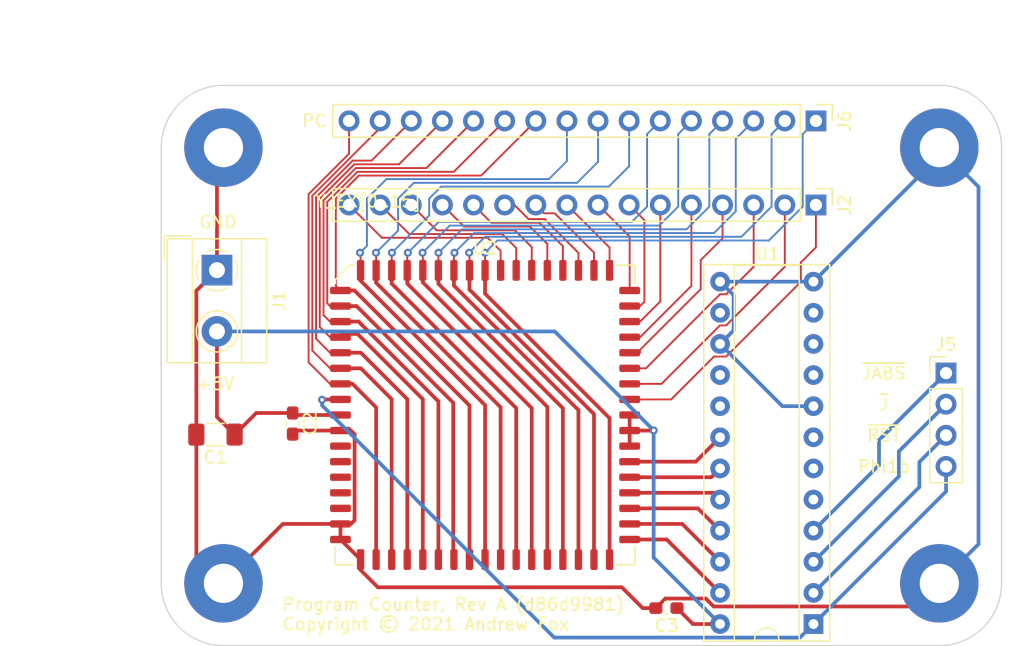
<source format=kicad_pcb>
(kicad_pcb (version 20221018) (generator pcbnew)
  (title_block (title "Turtle16: Program Counter Prototype") (date "2021-03-31") (rev "A (d86d9981)") (comment 4 "Prototype of the Turtle16 computer program counter"))
  (layers (0 "F.Cu" signal) (31 "B.Cu" signal) (34 "B.Paste" user) (35 "F.Paste" user) (36 "B.SilkS" user "B.Silkscreen") (37 "F.SilkS" user "F.Silkscreen") (38 "B.Mask" user) (39 "F.Mask" user) (44 "Edge.Cuts" user))
  (net 0 "")
  (net 1 "GND")
  (net 2 "VCC")
  (net 3 "Phi1b")
  (net 4 "/Y_EX15")
  (net 5 "/Y_EX14")
  (net 6 "/Y_EX13")
  (net 7 "/Y_EX12")
  (net 8 "/Y_EX11")
  (net 9 "/Y_EX10")
  (net 10 "/Y_EX9")
  (net 11 "/Y_EX8")
  (net 12 "/Y_EX7")
  (net 13 "/Y_EX6")
  (net 14 "/Y_EX5")
  (net 15 "/Y_EX4")
  (net 16 "/Y_EX3")
  (net 17 "/Y_EX2")
  (net 18 "/Y_EX1")
  (net 19 "/Y_EX0")
  (net 20 "/sheet606491AF/~{J}")
  (net 21 "/sheet606491AF/~{JABS}")
  (net 22 "/sheet606491AF/~{RST}")
  (net 23 "/PC15")
  (net 24 "/PC14")
  (net 25 "/PC13")
  (net 26 "/PC12")
  (net 27 "/PC11")
  (net 28 "/PC10")
  (net 29 "/PC9")
  (net 30 "/PC8")
  (net 31 "/PC7")
  (net 32 "/PC6")
  (net 33 "/PC5")
  (net 34 "/PC4")
  (net 35 "/PC3")
  (net 36 "/PC2")
  (net 37 "/PC1")
  (net 38 "/PC0")
  (net 39 "Net-(U1-Pad23)")
  (net 40 "Net-(U1-Pad22)")
  (net 41 "Net-(U1-Pad21)")
  (net 42 "Net-(U1-Pad20)")
  (net 43 "Net-(U1-Pad19)")
  (net 44 "Net-(U1-Pad18)")
  (footprint "Connector_PinHeader_2.54mm:PinHeader_1x04_P2.54mm_Vertical" (layer "F.Cu") (at 175.26 96.52)
    (fp_text reference "J5" (at 0 -2.33) (layer "F.SilkS"))
    (fp_text value "Ctl")
    (pad "1" thru_hole rect (at 0 0) (size 1.7 1.7) (drill 1) (layers "*.Cu" "*.Mask") (net 21 "/sheet606491AF/~{JABS}"))
    (pad "2" thru_hole oval (at 0 2.54) (size 1.7 1.7) (drill 1) (layers "*.Cu" "*.Mask") (net 20 "/sheet606491AF/~{J}"))
    (pad "3" thru_hole oval (at 0 5.08) (size 1.7 1.7) (drill 1) (layers "*.Cu" "*.Mask") (net 22 "/sheet606491AF/~{RST}"))
    (pad "4" thru_hole oval (at 0 7.62) (size 1.7 1.7) (drill 1) (layers "*.Cu" "*.Mask") (net 3 "Phi1b"))
  )
  (footprint "Capacitor_SMD:C_0603_1608Metric_Pad1.08x0.95mm_HandSolder" (layer "F.Cu") (at 121.94 100.64 -90)
    (fp_text reference "C2" (at 0 -1.43 270) (layer "F.SilkS"))
    (fp_text value "100nF")
    (pad "1" smd roundrect (at -0.8625 0 270) (size 1.075 0.95) (layers "F.Cu" "F.Paste" "F.Mask") (net 2 "VCC"))
    (pad "2" smd roundrect (at 0.8625 0 270) (size 1.075 0.95) (layers "F.Cu" "F.Paste" "F.Mask") (net 1 "GND"))
  )
  (footprint "Package_DIP:DIP-24_W7.62mm_Socket" (layer "F.Cu") (at 164.44 117 180)
    (fp_text reference "U1" (at 3.74 30.2) (layer "F.SilkS"))
    (fp_text value "ATF22V10C-7PX")
    (pad "1" thru_hole rect (at 0 0 180) (size 1.6 1.6) (drill 0.8) (layers "*.Cu" "*.Mask") (net 3 "Phi1b"))
    (pad "2" thru_hole oval (at 0 2.54 180) (size 1.6 1.6) (drill 0.8) (layers "*.Cu" "*.Mask") (net 22 "/sheet606491AF/~{RST}"))
    (pad "3" thru_hole oval (at 0 5.08 180) (size 1.6 1.6) (drill 0.8) (layers "*.Cu" "*.Mask") (net 20 "/sheet606491AF/~{J}"))
    (pad "4" thru_hole oval (at 0 7.62 180) (size 1.6 1.6) (drill 0.8) (layers "*.Cu" "*.Mask") (net 21 "/sheet606491AF/~{JABS}"))
    (pad "5" thru_hole oval (at 0 10.16 180) (size 1.6 1.6) (drill 0.8) (layers "*.Cu" "*.Mask"))
    (pad "6" thru_hole oval (at 0 12.7 180) (size 1.6 1.6) (drill 0.8) (layers "*.Cu" "*.Mask"))
    (pad "7" thru_hole oval (at 0 15.24 180) (size 1.6 1.6) (drill 0.8) (layers "*.Cu" "*.Mask"))
    (pad "8" thru_hole oval (at 0 17.78 180) (size 1.6 1.6) (drill 0.8) (layers "*.Cu" "*.Mask") (net 1 "GND"))
    (pad "9" thru_hole oval (at 0 20.32 180) (size 1.6 1.6) (drill 0.8) (layers "*.Cu" "*.Mask"))
    (pad "10" thru_hole oval (at 0 22.86 180) (size 1.6 1.6) (drill 0.8) (layers "*.Cu" "*.Mask"))
    (pad "11" thru_hole oval (at 0 25.4 180) (size 1.6 1.6) (drill 0.8) (layers "*.Cu" "*.Mask"))
    (pad "12" thru_hole oval (at 0 27.94 180) (size 1.6 1.6) (drill 0.8) (layers "*.Cu" "*.Mask") (net 1 "GND"))
    (pad "13" thru_hole oval (at 7.62 27.94 180) (size 1.6 1.6) (drill 0.8) (layers "*.Cu" "*.Mask") (net 1 "GND"))
    (pad "14" thru_hole oval (at 7.62 25.4 180) (size 1.6 1.6) (drill 0.8) (layers "*.Cu" "*.Mask"))
    (pad "15" thru_hole oval (at 7.62 22.86 180) (size 1.6 1.6) (drill 0.8) (layers "*.Cu" "*.Mask") (net 1 "GND"))
    (pad "16" thru_hole oval (at 7.62 20.32 180) (size 1.6 1.6) (drill 0.8) (layers "*.Cu" "*.Mask"))
    (pad "17" thru_hole oval (at 7.62 17.78 180) (size 1.6 1.6) (drill 0.8) (layers "*.Cu" "*.Mask"))
    (pad "18" thru_hole oval (at 7.62 15.24 180) (size 1.6 1.6) (drill 0.8) (layers "*.Cu" "*.Mask") (net 44 "Net-(U1-Pad18)"))
    (pad "19" thru_hole oval (at 7.62 12.7 180) (size 1.6 1.6) (drill 0.8) (layers "*.Cu" "*.Mask") (net 43 "Net-(U1-Pad19)"))
    (pad "20" thru_hole oval (at 7.62 10.16 180) (size 1.6 1.6) (drill 0.8) (layers "*.Cu" "*.Mask") (net 42 "Net-(U1-Pad20)"))
    (pad "21" thru_hole oval (at 7.62 7.62 180) (size 1.6 1.6) (drill 0.8) (layers "*.Cu" "*.Mask") (net 41 "Net-(U1-Pad21)"))
    (pad "22" thru_hole oval (at 7.62 5.08 180) (size 1.6 1.6) (drill 0.8) (layers "*.Cu" "*.Mask") (net 40 "Net-(U1-Pad22)"))
    (pad "23" thru_hole oval (at 7.62 2.54 180) (size 1.6 1.6) (drill 0.8) (layers "*.Cu" "*.Mask") (net 39 "Net-(U1-Pad23)"))
    (pad "24" thru_hole oval (at 7.62 0 180) (size 1.6 1.6) (drill 0.8) (layers "*.Cu" "*.Mask") (net 2 "VCC"))
  )
  (footprint "Capacitor_SMD:C_1206_3216Metric_Pad1.33x1.80mm_HandSolder" (layer "F.Cu") (at 115.64 101.54 180)
    (fp_text reference "C1" (at 0 -1.85) (layer "F.SilkS"))
    (fp_text value "100µF")
    (pad "1" smd roundrect (at -1.5625 0 180) (size 1.325 1.8) (layers "F.Cu" "F.Paste" "F.Mask") (roundrect_rratio 0.1886769811) (net 2 "VCC"))
    (pad "2" smd roundrect (at 1.5625 0 180) (size 1.325 1.8) (layers "F.Cu" "F.Paste" "F.Mask") (roundrect_rratio 0.1886769811) (net 1 "GND"))
  )
  (footprint "MountingHole:MountingHole_3.2mm_M3_Pad" (layer "F.Cu") (at 174.71 78.12)
    (fp_text reference "H2" hide)
    (fp_text value "MountingHole_Pad")
    (pad "1" thru_hole circle (at 0 0) (size 6.4 6.4) (drill 3.2) (layers "*.Cu" "*.Mask") (net 1 "GND"))
  )
  (footprint "TerminalBlock_MetzConnect:TerminalBlock_MetzConnect_Type055_RT01502HDWU_1x02_P5.00mm_Horizontal" (layer "F.Cu") (at 115.76 88.12 -90)
    (fp_text reference "J1" (at 2.5 -5.06 90) (layer "F.SilkS"))
    (fp_text value "Screw_Terminal_01x02")
    (pad "1" thru_hole rect (at 0 0 270) (size 2.5 2.5) (drill 1.3) (layers "*.Cu" "*.Mask") (net 1 "GND"))
    (pad "2" thru_hole circle (at 5 0 270) (size 2.5 2.5) (drill 1.3) (layers "*.Cu" "*.Mask") (net 2 "VCC"))
  )
  (footprint "Capacitor_SMD:C_0603_1608Metric_Pad1.08x0.95mm_HandSolder" (layer "F.Cu") (at 152.44 115.7 180)
    (fp_text reference "C3" (at 0 -1.43) (layer "F.SilkS"))
    (fp_text value "100nF")
    (pad "1" smd roundrect (at -0.8625 0 180) (size 1.075 0.95) (layers "F.Cu" "F.Paste" "F.Mask") (net 2 "VCC"))
    (pad "2" smd roundrect (at 0.8625 0 180) (size 1.075 0.95) (layers "F.Cu" "F.Paste" "F.Mask") (net 1 "GND"))
  )
  (footprint "MountingHole:MountingHole_3.2mm_M3_Pad" (layer "F.Cu") (at 174.71 113.68)
    (fp_text reference "H3" hide)
    (fp_text value "MountingHole_Pad")
    (pad "1" thru_hole circle (at 0 0) (size 6.4 6.4) (drill 3.2) (layers "*.Cu" "*.Mask") (net 1 "GND"))
  )
  (footprint "MountingHole:MountingHole_3.2mm_M3_Pad" (layer "F.Cu") (at 116.29 113.68)
    (fp_text reference "H4" hide)
    (fp_text value "MountingHole_Pad")
    (pad "1" thru_hole circle (at 0 0) (size 6.4 6.4) (drill 3.2) (layers "*.Cu" "*.Mask") (net 1 "GND"))
  )
  (footprint "Connector_PinHeader_2.54mm:PinHeader_1x16_P2.54mm_Vertical" (layer "F.Cu") (at 164.64 75.94 -90)
    (fp_text reference "J6" (at 0 -2.33 90) (layer "F.SilkS"))
    (fp_text value "PC" (at 0 42.04 180) (layer "F.SilkS") (effects (justify left)))
    (pad "1" thru_hole rect (at 0 0 270) (size 1.7 1.7) (drill 1) (layers "*.Cu" "*.Mask") (net 38 "/PC0"))
    (pad "2" thru_hole oval (at 0 2.54 270) (size 1.7 1.7) (drill 1) (layers "*.Cu" "*.Mask") (net 37 "/PC1"))
    (pad "3" thru_hole oval (at 0 5.08 270) (size 1.7 1.7) (drill 1) (layers "*.Cu" "*.Mask") (net 36 "/PC2"))
    (pad "4" thru_hole oval (at 0 7.62 270) (size 1.7 1.7) (drill 1) (layers "*.Cu" "*.Mask") (net 35 "/PC3"))
    (pad "5" thru_hole oval (at 0 10.16 270) (size 1.7 1.7) (drill 1) (layers "*.Cu" "*.Mask") (net 34 "/PC4"))
    (pad "6" thru_hole oval (at 0 12.7 270) (size 1.7 1.7) (drill 1) (layers "*.Cu" "*.Mask") (net 33 "/PC5"))
    (pad "7" thru_hole oval (at 0 15.24 270) (size 1.7 1.7) (drill 1) (layers "*.Cu" "*.Mask") (net 32 "/PC6"))
    (pad "8" thru_hole oval (at 0 17.78 270) (size 1.7 1.7) (drill 1) (layers "*.Cu" "*.Mask") (net 31 "/PC7"))
    (pad "9" thru_hole oval (at 0 20.32 270) (size 1.7 1.7) (drill 1) (layers "*.Cu" "*.Mask") (net 30 "/PC8"))
    (pad "10" thru_hole oval (at 0 22.86 270) (size 1.7 1.7) (drill 1) (layers "*.Cu" "*.Mask") (net 29 "/PC9"))
    (pad "11" thru_hole oval (at 0 25.4 270) (size 1.7 1.7) (drill 1) (layers "*.Cu" "*.Mask") (net 28 "/PC10"))
    (pad "12" thru_hole oval (at 0 27.94 270) (size 1.7 1.7) (drill 1) (layers "*.Cu" "*.Mask") (net 27 "/PC11"))
    (pad "13" thru_hole oval (at 0 30.48 270) (size 1.7 1.7) (drill 1) (layers "*.Cu" "*.Mask") (net 26 "/PC12"))
    (pad "14" thru_hole oval (at 0 33.02 270) (size 1.7 1.7) (drill 1) (layers "*.Cu" "*.Mask") (net 25 "/PC13"))
    (pad "15" thru_hole oval (at 0 35.56 270) (size 1.7 1.7) (drill 1) (layers "*.Cu" "*.Mask") (net 24 "/PC14"))
    (pad "16" thru_hole oval (at 0 38.1 270) (size 1.7 1.7) (drill 1) (layers "*.Cu" "*.Mask") (net 23 "/PC15"))
  )
  (footprint "Package_LCC:PLCC-68_24.2x24.2mm_P1.27mm" (layer "F.Cu") (at 137.64 99.94)
    (fp_text reference "U2" (at 0 -13.6) (layer "F.SilkS"))
    (fp_text value "IDT7381")
    (pad "1" smd roundrect (at 0 -11.8) (size 0.6 1.7) (layers "F.Cu" "F.Paste" "F.Mask") (net 38 "/PC0"))
    (pad "2" smd roundrect (at -1.27 -11.8) (size 0.6 1.7) (layers "F.Cu" "F.Paste" "F.Mask") (net 37 "/PC1"))
    (pad "3" smd roundrect (at -2.54 -11.8) (size 0.6 1.7) (layers "F.Cu" "F.Paste" "F.Mask") (net 36 "/PC2"))
    (pad "4" smd roundrect (at -3.81 -11.8) (size 0.6 1.7) (layers "F.Cu" "F.Paste" "F.Mask") (net 35 "/PC3"))
    (pad "5" smd roundrect (at -5.08 -11.8) (size 0.6 1.7) (layers "F.Cu" "F.Paste" "F.Mask") (net 34 "/PC4"))
    (pad "6" smd roundrect (at -6.35 -11.8) (size 0.6 1.7) (layers "F.Cu" "F.Paste" "F.Mask") (net 33 "/PC5"))
    (pad "7" smd roundrect (at -7.62 -11.8) (size 0.6 1.7) (layers "F.Cu" "F.Paste" "F.Mask") (net 32 "/PC6"))
    (pad "8" smd roundrect (at -8.89 -11.8) (size 0.6 1.7) (layers "F.Cu" "F.Paste" "F.Mask") (net 31 "/PC7"))
    (pad "9" smd roundrect (at -10.16 -11.8) (size 0.6 1.7) (layers "F.Cu" "F.Paste" "F.Mask") (net 30 "/PC8"))
    (pad "10" smd roundrect (at -11.8 -10.16) (size 1.7 0.6) (layers "F.Cu" "F.Paste" "F.Mask") (net 29 "/PC9"))
    (pad "11" smd roundrect (at -11.8 -8.89) (size 1.7 0.6) (layers "F.Cu" "F.Paste" "F.Mask") (net 28 "/PC10"))
    (pad "12" smd roundrect (at -11.8 -7.62) (size 1.7 0.6) (layers "F.Cu" "F.Paste" "F.Mask") (net 27 "/PC11"))
    (pad "13" smd roundrect (at -11.8 -6.35) (size 1.7 0.6) (layers "F.Cu" "F.Paste" "F.Mask") (net 26 "/PC12"))
    (pad "14" smd roundrect (at -11.8 -5.08) (size 1.7 0.6) (layers "F.Cu" "F.Paste" "F.Mask") (net 25 "/PC13"))
    (pad "15" smd roundrect (at -11.8 -3.81) (size 1.7 0.6) (layers "F.Cu" "F.Paste" "F.Mask") (net 24 "/PC14"))
    (pad "16" smd roundrect (at -11.8 -2.54) (size 1.7 0.6) (layers "F.Cu" "F.Paste" "F.Mask") (net 23 "/PC15"))
    (pad "17" smd roundrect (at -11.8 -1.27) (size 1.7 0.6) (layers "F.Cu" "F.Paste" "F.Mask") (net 3 "Phi1b"))
    (pad "18" smd roundrect (at -11.8 0) (size 1.7 0.6) (layers "F.Cu" "F.Paste" "F.Mask") (net 2 "VCC"))
    (pad "19" smd roundrect (at -11.8 1.27) (size 1.7 0.6) (layers "F.Cu" "F.Paste" "F.Mask") (net 1 "GND"))
    (pad "20" smd roundrect (at -11.8 2.54) (size 1.7 0.6) (layers "F.Cu" "F.Paste" "F.Mask"))
    (pad "21" smd roundrect (at -11.8 3.81) (size 1.7 0.6) (layers "F.Cu" "F.Paste" "F.Mask"))
    (pad "22" smd roundrect (at -11.8 5.08) (size 1.7 0.6) (layers "F.Cu" "F.Paste" "F.Mask"))
    (pad "23" smd roundrect (at -11.8 6.35) (size 1.7 0.6) (layers "F.Cu" "F.Paste" "F.Mask"))
    (pad "24" smd roundrect (at -11.8 7.62) (size 1.7 0.6) (layers "F.Cu" "F.Paste" "F.Mask"))
    (pad "25" smd roundrect (at -11.8 8.89) (size 1.7 0.6) (layers "F.Cu" "F.Paste" "F.Mask") (net 1 "GND"))
    (pad "26" smd roundrect (at -11.8 10.16) (size 1.7 0.6) (layers "F.Cu" "F.Paste" "F.Mask") (net 1 "GND"))
    (pad "27" smd roundrect (at -10.16 11.8) (size 0.6 1.7) (layers "F.Cu" "F.Paste" "F.Mask") (net 1 "GND"))
    (pad "28" smd roundrect (at -8.89 11.8) (size 0.6 1.7) (layers "F.Cu" "F.Paste" "F.Mask") (net 23 "/PC15"))
    (pad "29" smd roundrect (at -7.62 11.8) (size 0.6 1.7) (layers "F.Cu" "F.Paste" "F.Mask") (net 24 "/PC14"))
    (pad "30" smd roundrect (at -6.35 11.8) (size 0.6 1.7) (layers "F.Cu" "F.Paste" "F.Mask") (net 25 "/PC13"))
    (pad "31" smd roundrect (at -5.08 11.8) (size 0.6 1.7) (layers "F.Cu" "F.Paste" "F.Mask") (net 26 "/PC12"))
    (pad "32" smd roundrect (at -3.81 11.8) (size 0.6 1.7) (layers "F.Cu" "F.Paste" "F.Mask") (net 27 "/PC11"))
    (pad "33" smd roundrect (at -2.54 11.8) (size 0.6 1.7) (layers "F.Cu" "F.Paste" "F.Mask") (net 28 "/PC10"))
    (pad "34" smd roundrect (at -1.27 11.8) (size 0.6 1.7) (layers "F.Cu" "F.Paste" "F.Mask") (net 29 "/PC9"))
    (pad "35" smd roundrect (at 0 11.8) (size 0.6 1.7) (layers "F.Cu" "F.Paste" "F.Mask") (net 30 "/PC8"))
    (pad "36" smd roundrect (at 1.27 11.8) (size 0.6 1.7) (layers "F.Cu" "F.Paste" "F.Mask") (net 31 "/PC7"))
    (pad "37" smd roundrect (at 2.54 11.8) (size 0.6 1.7) (layers "F.Cu" "F.Paste" "F.Mask") (net 32 "/PC6"))
    (pad "38" smd roundrect (at 3.81 11.8) (size 0.6 1.7) (layers "F.Cu" "F.Paste" "F.Mask") (net 33 "/PC5"))
    (pad "39" smd roundrect (at 5.08 11.8) (size 0.6 1.7) (layers "F.Cu" "F.Paste" "F.Mask") (net 34 "/PC4"))
    (pad "40" smd roundrect (at 6.35 11.8) (size 0.6 1.7) (layers "F.Cu" "F.Paste" "F.Mask") (net 35 "/PC3"))
    (pad "41" smd roundrect (at 7.62 11.8) (size 0.6 1.7) (layers "F.Cu" "F.Paste" "F.Mask") (net 36 "/PC2"))
    (pad "42" smd roundrect (at 8.89 11.8) (size 0.6 1.7) (layers "F.Cu" "F.Paste" "F.Mask") (net 37 "/PC1"))
    (pad "43" smd roundrect (at 10.16 11.8) (size 0.6 1.7) (layers "F.Cu" "F.Paste" "F.Mask") (net 38 "/PC0"))
    (pad "44" smd roundrect (at 11.8 10.16) (size 1.7 0.6) (layers "F.Cu" "F.Paste" "F.Mask") (net 39 "Net-(U1-Pad23)"))
    (pad "45" smd roundrect (at 11.8 8.89) (size 1.7 0.6) (layers "F.Cu" "F.Paste" "F.Mask") (net 40 "Net-(U1-Pad22)"))
    (pad "46" smd roundrect (at 11.8 7.62) (size 1.7 0.6) (layers "F.Cu" "F.Paste" "F.Mask") (net 41 "Net-(U1-Pad21)"))
    (pad "47" smd roundrect (at 11.8 6.35) (size 1.7 0.6) (layers "F.Cu" "F.Paste" "F.Mask") (net 42 "Net-(U1-Pad20)"))
    (pad "48" smd roundrect (at 11.8 5.08) (size 1.7 0.6) (layers "F.Cu" "F.Paste" "F.Mask") (net 43 "Net-(U1-Pad19)"))
    (pad "49" smd roundrect (at 11.8 3.81) (size 1.7 0.6) (layers "F.Cu" "F.Paste" "F.Mask") (net 44 "Net-(U1-Pad18)"))
    (pad "50" smd roundrect (at 11.8 2.54) (size 1.7 0.6) (layers "F.Cu" "F.Paste" "F.Mask") (net 2 "VCC"))
    (pad "51" smd roundrect (at 11.8 1.27) (size 1.7 0.6) (layers "F.Cu" "F.Paste" "F.Mask") (net 2 "VCC"))
    (pad "52" smd roundrect (at 11.8 0) (size 1.7 0.6) (layers "F.Cu" "F.Paste" "F.Mask") (net 2 "VCC"))
    (pad "53" smd roundrect (at 11.8 -1.27) (size 1.7 0.6) (layers "F.Cu" "F.Paste" "F.Mask") (net 19 "/Y_EX0"))
    (pad "54" smd roundrect (at 11.8 -2.54) (size 1.7 0.6) (layers "F.Cu" "F.Paste" "F.Mask") (net 18 "/Y_EX1"))
    (pad "55" smd roundrect (at 11.8 -3.81) (size 1.7 0.6) (layers "F.Cu" "F.Paste" "F.Mask") (net 17 "/Y_EX2"))
    (pad "56" smd roundrect (at 11.8 -5.08) (size 1.7 0.6) (layers "F.Cu" "F.Paste" "F.Mask") (net 16 "/Y_EX3"))
    (pad "57" smd roundrect (at 11.8 -6.35) (size 1.7 0.6) (layers "F.Cu" "F.Paste" "F.Mask") (net 15 "/Y_EX4"))
    (pad "58" smd roundrect (at 11.8 -7.62) (size 1.7 0.6) (layers "F.Cu" "F.Paste" "F.Mask") (net 14 "/Y_EX5"))
    (pad "59" smd roundrect (at 11.8 -8.89) (size 1.7 0.6) (layers "F.Cu" "F.Paste" "F.Mask") (net 13 "/Y_EX6"))
    (pad "60" smd roundrect (at 11.8 -10.16) (size 1.7 0.6) (layers "F.Cu" "F.Paste" "F.Mask") (net 12 "/Y_EX7"))
    (pad "61" smd roundrect (at 10.16 -11.8) (size 0.6 1.7) (layers "F.Cu" "F.Paste" "F.Mask") (net 11 "/Y_EX8"))
    (pad "62" smd roundrect (at 8.89 -11.8) (size 0.6 1.7) (layers "F.Cu" "F.Paste" "F.Mask") (net 10 "/Y_EX9"))
    (pad "63" smd roundrect (at 7.62 -11.8) (size 0.6 1.7) (layers "F.Cu" "F.Paste" "F.Mask") (net 9 "/Y_EX10"))
    (pad "64" smd roundrect (at 6.35 -11.8) (size 0.6 1.7) (layers "F.Cu" "F.Paste" "F.Mask") (net 8 "/Y_EX11"))
    (pad "65" smd roundrect (at 5.08 -11.8) (size 0.6 1.7) (layers "F.Cu" "F.Paste" "F.Mask") (net 7 "/Y_EX12"))
    (pad "66" smd roundrect (at 3.81 -11.8) (size 0.6 1.7) (layers "F.Cu" "F.Paste" "F.Mask") (net 6 "/Y_EX13"))
    (pad "67" smd roundrect (at 2.54 -11.8) (size 0.6 1.7) (layers "F.Cu" "F.Paste" "F.Mask") (net 5 "/Y_EX14"))
    (pad "68" smd roundrect (at 1.27 -11.8) (size 0.6 1.7) (layers "F.Cu" "F.Paste" "F.Mask") (net 4 "/Y_EX15"))
  )
  (footprint "MountingHole:MountingHole_3.2mm_M3_Pad" (layer "F.Cu") (at 116.29 78.12)
    (fp_text reference "H1" hide)
    (fp_text value "MountingHole_Pad")
    (pad "1" thru_hole circle (at 0 0) (size 6.4 6.4) (drill 3.2) (layers "*.Cu" "*.Mask") (net 1 "GND"))
  )
  (footprint "Connector_PinHeader_2.54mm:PinHeader_1x16_P2.54mm_Vertical" (layer "F.Cu") (at 164.64 82.8 -90)
    (fp_text reference "J2" (at 0 -2.33 90) (layer "F.SilkS"))
    (fp_text value "Y_EX[0..15]" (at -0.3 40.94 180) (layer "F.SilkS") (effects (justify left)))
    (pad "1" thru_hole rect (at 0 0 270) (size 1.7 1.7) (drill 1) (layers "*.Cu" "*.Mask") (net 19 "/Y_EX0"))
    (pad "2" thru_hole oval (at 0 2.54 270) (size 1.7 1.7) (drill 1) (layers "*.Cu" "*.Mask") (net 18 "/Y_EX1"))
    (pad "3" thru_hole oval (at 0 5.08 270) (size 1.7 1.7) (drill 1) (layers "*.Cu" "*.Mask") (net 17 "/Y_EX2"))
    (pad "4" thru_hole oval (at 0 7.62 270) (size 1.7 1.7) (drill 1) (layers "*.Cu" "*.Mask") (net 16 "/Y_EX3"))
    (pad "5" thru_hole oval (at 0 10.16 270) (size 1.7 1.7) (drill 1) (layers "*.Cu" "*.Mask") (net 15 "/Y_EX4"))
    (pad "6" thru_hole oval (at 0 12.7 270) (size 1.7 1.7) (drill 1) (layers "*.Cu" "*.Mask") (net 14 "/Y_EX5"))
    (pad "7" thru_hole oval (at 0 15.24 270) (size 1.7 1.7) (drill 1) (layers "*.Cu" "*.Mask") (net 13 "/Y_EX6"))
    (pad "8" thru_hole oval (at 0 17.78 270) (size 1.7 1.7) (drill 1) (layers "*.Cu" "*.Mask") (net 12 "/Y_EX7"))
    (pad "9" thru_hole oval (at 0 20.32 270) (size 1.7 1.7) (drill 1) (layers "*.Cu" "*.Mask") (net 11 "/Y_EX8"))
    (pad "10" thru_hole oval (at 0 22.86 270) (size 1.7 1.7) (drill 1) (layers "*.Cu" "*.Mask") (net 10 "/Y_EX9"))
    (pad "11" thru_hole oval (at 0 25.4 270) (size 1.7 1.7) (drill 1) (layers "*.Cu" "*.Mask") (net 9 "/Y_EX10"))
    (pad "12" thru_hole oval (at 0 27.94 270) (size 1.7 1.7) (drill 1) (layers "*.Cu" "*.Mask") (net 8 "/Y_EX11"))
    (pad "13" thru_hole oval (at 0 30.48 270) (size 1.7 1.7) (drill 1) (layers "*.Cu" "*.Mask") (net 7 "/Y_EX12"))
    (pad "14" thru_hole oval (at 0 33.02 270) (size 1.7 1.7) (drill 1) (layers "*.Cu" "*.Mask") (net 6 "/Y_EX13"))
    (pad "15" thru_hole oval (at 0 35.56 270) (size 1.7 1.7) (drill 1) (layers "*.Cu" "*.Mask") (net 5 "/Y_EX14"))
    (pad "16" thru_hole oval (at 0 38.1 270) (size 1.7 1.7) (drill 1) (layers "*.Cu" "*.Mask") (net 4 "/Y_EX15"))
  )
  (gr_arc (start 174.71 73.04) (mid 178.302102 74.527898) (end 179.79 78.12) (stroke (width 0.1)) (layer "Edge.Cuts"))
  (gr_line (start 179.79 113.68) (end 179.79 78.12) (stroke (width 0.1)) (layer "Edge.Cuts"))
  (gr_line (start 174.71 73.04) (end 116.29 73.04) (stroke (width 0.1)) (layer "Edge.Cuts"))
  (gr_arc (start 179.79 113.68) (mid 178.302102 117.272102) (end 174.71 118.76) (stroke (width 0.1)) (layer "Edge.Cuts"))
  (gr_arc (start 116.29 118.76) (mid 112.697898 117.272102) (end 111.21 113.68) (stroke (width 0.1)) (layer "Edge.Cuts"))
  (gr_line (start 116.29 118.76) (end 174.71 118.76) (stroke (width 0.1)) (layer "Edge.Cuts"))
  (gr_line (start 111.21 78.12) (end 111.21 113.68) (stroke (width 0.1)) (layer "Edge.Cuts"))
  (gr_arc (start 111.21 78.12) (mid 112.697898 74.527898) (end 116.29 73.04) (stroke (width 0.1)) (layer "Edge.Cuts"))
  (gr_text "GND" (at 115.84 84.2) (layer "F.SilkS") (effects (font (size 1 1))))
  (gr_text "+5V" (at 115.64 97.4) (layer "F.SilkS") (effects (font (size 1 1))))
  (gr_text "Program Counter, Rev A (d86d9981)\nCopyright © 2021 Andrew Fox" (at 121 116.2) (layer "F.SilkS") (effects (font (size 1 1)) (justify left)))
  (gr_text "Phi1b" (at 170.18 104.14) (layer "F.SilkS") (effects (font (size 1 1))))
  (gr_text "~{JABS}" (at 170.18 96.52) (layer "F.SilkS") (effects (font (size 1 1))))
  (gr_text "~{J}" (at 170.18 99.06) (layer "F.SilkS") (effects (font (size 1 1))))
  (gr_text "~{RST}" (at 170.18 101.6) (layer "F.SilkS") (effects (font (size 1 1))))
  (segment (start 151.5775 115.7) (end 150.5 115.7) (width 0.3048) (layer "F.Cu") (net 1))
  (segment (start 150.5 115.7) (end 148.8 114) (width 0.3048) (layer "F.Cu") (net 1))
  (segment (start 122.2325 101.21) (end 121.94 101.5025) (width 0.3048) (layer "F.Cu") (net 1))
  (segment (start 126.99481 108.52519) (end 126.69 108.83) (width 0.3048) (layer "F.Cu") (net 1))
  (segment (start 125.84 110.1) (end 125.84 108.83) (width 0.3048) (layer "F.Cu") (net 1))
  (segment (start 114.0775 101.54) (end 114.0775 89.8025) (width 0.3048) (layer "F.Cu") (net 1))
  (segment (start 172.825199 115.564801) (end 174.71 113.68) (width 0.3048) (layer "F.Cu") (net 1))
  (segment (start 128.89 114) (end 127.48 112.59) (width 0.3048) (layer "F.Cu") (net 1))
  (segment (start 121.14 108.83) (end 116.29 113.68) (width 0.3048) (layer "F.Cu") (net 1))
  (segment (start 115.76 88.12) (end 115.76 78.65) (width 0.3048) (layer "F.Cu") (net 1))
  (segment (start 126.69 108.83) (end 125.84 108.83) (width 0.3048) (layer "F.Cu") (net 1))
  (segment (start 115.76 78.65) (end 116.29 78.12) (width 0.3048) (layer "F.Cu") (net 1))
  (segment (start 148.8 114) (end 128.89 114) (width 0.3048) (layer "F.Cu") (net 1))
  (segment (start 125.84 108.83) (end 121.14 108.83) (width 0.3048) (layer "F.Cu") (net 1))
  (segment (start 151.5775 115.7) (end 152.35731 114.92019) (width 0.3048) (layer "F.Cu") (net 1))
  (segment (start 114.0775 89.8025) (end 115.76 88.12) (width 0.3048) (layer "F.Cu") (net 1))
  (segment (start 125.84 110.1) (end 127.48 111.74) (width 0.3048) (layer "F.Cu") (net 1))
  (segment (start 126.69 101.21) (end 126.99481 101.51481) (width 0.3048) (layer "F.Cu") (net 1))
  (segment (start 156.289695 115.564801) (end 172.825199 115.564801) (width 0.3048) (layer "F.Cu") (net 1))
  (segment (start 127.48 112.59) (end 127.48 111.74) (width 0.3048) (layer "F.Cu") (net 1))
  (segment (start 114.0775 111.4675) (end 116.29 113.68) (width 0.3048) (layer "F.Cu") (net 1))
  (segment (start 125.84 101.21) (end 126.69 101.21) (width 0.3048) (layer "F.Cu") (net 1))
  (segment (start 125.84 101.21) (end 122.2325 101.21) (width 0.3048) (layer "F.Cu") (net 1))
  (segment (start 155.645084 114.92019) (end 156.289695 115.564801) (width 0.3048) (layer "F.Cu") (net 1))
  (segment (start 126.99481 101.51481) (end 126.99481 108.52519) (width 0.3048) (layer "F.Cu") (net 1))
  (segment (start 114.0775 101.54) (end 114.0775 111.4675) (width 0.3048) (layer "F.Cu") (net 1))
  (segment (start 152.35731 114.92019) (end 155.645084 114.92019) (width 0.3048) (layer "F.Cu") (net 1))
  (segment (start 156.82 94.14) (end 157.924801 93.035199) (width 0.3048) (layer "B.Cu") (net 1))
  (segment (start 177.909999 81.319999) (end 177.909999 110.480001) (width 0.3048) (layer "B.Cu") (net 1))
  (segment (start 156.82 89.06) (end 164.44 89.06) (width 0.3048) (layer "B.Cu") (net 1))
  (segment (start 174.71 78.79) (end 174.71 78.12) (width 0.3048) (layer "B.Cu") (net 1))
  (segment (start 164.44 99.22) (end 161.9 99.22) (width 0.3048) (layer "B.Cu") (net 1))
  (segment (start 161.9 99.22) (end 156.82 94.14) (width 0.3048) (layer "B.Cu") (net 1))
  (segment (start 157.924801 93.035199) (end 157.924801 90.164801) (width 0.3048) (layer "B.Cu") (net 1))
  (segment (start 174.71 78.12) (end 177.909999 81.319999) (width 0.3048) (layer "B.Cu") (net 1))
  (segment (start 177.909999 110.480001) (end 174.71 113.68) (width 0.3048) (layer "B.Cu") (net 1))
  (segment (start 157.924801 90.164801) (end 156.82 89.06) (width 0.3048) (layer "B.Cu") (net 1))
  (segment (start 164.44 89.06) (end 174.71 78.79) (width 0.3048) (layer "B.Cu") (net 1))
  (segment (start 118.965 99.7775) (end 117.2025 101.54) (width 0.3048) (layer "F.Cu") (net 2))
  (segment (start 121.94 99.7775) (end 118.965 99.7775) (width 0.3048) (layer "F.Cu") (net 2))
  (segment (start 149.44 101.21) (end 151.39 101.21) (width 0.3048) (layer "F.Cu") (net 2))
  (segment (start 115.76 100.0975) (end 117.2025 101.54) (width 0.3048) (layer "F.Cu") (net 2))
  (segment (start 115.76 93.12) (end 115.76 100.0975) (width 0.3048) (layer "F.Cu") (net 2))
  (segment (start 151.39 101.21) (end 151.4 101.2) (width 0.3048) (layer "F.Cu") (net 2))
  (segment (start 154.6025 117) (end 153.3025 115.7) (width 0.3048) (layer "F.Cu") (net 2))
  (segment (start 149.44 102.48) (end 149.44 99.94) (width 0.3048) (layer "F.Cu") (net 2))
  (segment (start 122.1025 99.94) (end 121.94 99.7775) (width 0.3048) (layer "F.Cu") (net 2))
  (segment (start 125.84 99.94) (end 122.1025 99.94) (width 0.3048) (layer "F.Cu") (net 2))
  (segment (start 156.82 117) (end 154.6025 117) (width 0.3048) (layer "F.Cu") (net 2))
  (via (at 151.4 101.2) (size 0.65) (drill 0.3) (layers "F.Cu" "B.Cu") (net 2))
  (segment (start 151.4 111.58) (end 151.4 101.2) (width 0.3048) (layer "B.Cu") (net 2))
  (segment (start 156.82 117) (end 151.4 111.58) (width 0.3048) (layer "B.Cu") (net 2))
  (segment (start 143.32 93.12) (end 115.76 93.12) (width 0.3048) (layer "B.Cu") (net 2))
  (segment (start 151.4 101.2) (end 143.32 93.12) (width 0.3048) (layer "B.Cu") (net 2))
  (segment (start 125.84 98.67) (end 124.37 98.67) (width 0.3048) (layer "F.Cu") (net 3))
  (segment (start 124.37 98.67) (end 124.34 98.7) (width 0.3048) (layer "F.Cu") (net 3))
  (via (at 124.34 98.7) (size 0.65) (drill 0.3) (layers "F.Cu" "B.Cu") (net 3))
  (segment (start 163.335199 118.104801) (end 143.285183 118.104801) (width 0.3048) (layer "B.Cu") (net 3))
  (segment (start 124.34 99.159619) (end 124.34 98.7) (width 0.3048) (layer "B.Cu") (net 3))
  (segment (start 143.285183 118.104801) (end 124.34 99.159619) (width 0.3048) (layer "B.Cu") (net 3))
  (segment (start 164.44 117) (end 163.335199 118.104801) (width 0.3048) (layer "B.Cu") (net 3))
  (segment (start 164.44 117) (end 175.26 106.18) (width 0.3048) (layer "B.Cu") (net 3))
  (segment (start 175.26 106.18) (end 175.26 104.14) (width 0.3048) (layer "B.Cu") (net 3))
  (segment (start 137.84 85.476332) (end 129.216332 85.476332) (width 0.1524) (layer "F.Cu") (net 4))
  (segment (start 138.91 86.546332) (end 137.84 85.476332) (width 0.1524) (layer "F.Cu") (net 4))
  (segment (start 129.216332 85.476332) (end 126.54 82.8) (width 0.1524) (layer "F.Cu") (net 4))
  (segment (start 138.91 88.14) (end 138.91 86.546332) (width 0.1524) (layer "F.Cu") (net 4))
  (segment (start 139.04 85.171522) (end 131.451522 85.171522) (width 0.1524) (layer "F.Cu") (net 5))
  (segment (start 140.18 88.14) (end 140.18 86.311522) (width 0.1524) (layer "F.Cu") (net 5))
  (segment (start 140.18 86.311522) (end 139.04 85.171522) (width 0.1524) (layer "F.Cu") (net 5))
  (segment (start 131.451522 85.171522) (end 129.08 82.8) (width 0.1524) (layer "F.Cu") (net 5))
  (segment (start 133.686712 84.866712) (end 131.62 82.8) (width 0.1524) (layer "F.Cu") (net 6))
  (segment (start 140.073288 84.866712) (end 133.686712 84.866712) (width 0.1524) (layer "F.Cu") (net 6))
  (segment (start 141.45 88.14) (end 141.45 86.243424) (width 0.1524) (layer "F.Cu") (net 6))
  (segment (start 141.45 86.243424) (end 140.073288 84.866712) (width 0.1524) (layer "F.Cu") (net 6))
  (segment (start 135.921902 84.561902) (end 134.16 82.8) (width 0.1524) (layer "F.Cu") (net 7))
  (segment (start 141.301902 84.561902) (end 135.921902 84.561902) (width 0.1524) (layer "F.Cu") (net 7))
  (segment (start 142.72 88.14) (end 142.72 85.98) (width 0.1524) (layer "F.Cu") (net 7))
  (segment (start 142.72 85.98) (end 141.301902 84.561902) (width 0.1524) (layer "F.Cu") (net 7))
  (segment (start 143.99 86.164184) (end 142.082908 84.257092) (width 0.1524) (layer "F.Cu") (net 8))
  (segment (start 143.99 88.14) (end 143.99 86.164184) (width 0.1524) (layer "F.Cu") (net 8))
  (segment (start 138.157092 84.257092) (end 136.7 82.8) (width 0.1524) (layer "F.Cu") (net 8))
  (segment (start 142.082908 84.257092) (end 138.157092 84.257092) (width 0.1524) (layer "F.Cu") (net 8))
  (segment (start 140.035436 82.8) (end 139.24 82.8) (width 0.1524) (layer "F.Cu") (net 9))
  (segment (start 141.187718 83.952282) (end 140.035436 82.8) (width 0.1524) (layer "F.Cu") (net 9))
  (segment (start 145.26 88.14) (end 145.26 86.711066) (width 0.1524) (layer "F.Cu") (net 9))
  (segment (start 145.26 86.711066) (end 142.501216 83.952282) (width 0.1524) (layer "F.Cu") (net 9))
  (segment (start 142.501216 83.952282) (end 141.187718 83.952282) (width 0.1524) (layer "F.Cu") (net 9))
  (segment (start 146.53 88.14) (end 146.53 86.69) (width 0.1524) (layer "F.Cu") (net 10))
  (segment (start 143.32 83.48) (end 142.46 83.48) (width 0.1524) (layer "F.Cu") (net 10))
  (segment (start 142.46 83.48) (end 141.78 82.8) (width 0.1524) (layer "F.Cu") (net 10))
  (segment (start 146.53 86.69) (end 143.32 83.48) (width 0.1524) (layer "F.Cu") (net 10))
  (segment (start 147.8 88.14) (end 147.8 86.28) (width 0.1524) (layer "F.Cu") (net 11))
  (segment (start 147.8 86.28) (end 144.32 82.8) (width 0.1524) (layer "F.Cu") (net 11))
  (segment (start 149.44 89.78) (end 149.44 85.38) (width 0.1524) (layer "F.Cu") (net 12))
  (segment (start 149.44 85.38) (end 146.86 82.8) (width 0.1524) (layer "F.Cu") (net 12))
  (segment (start 150.64 84.04) (end 149.4 82.8) (width 0.1524) (layer "F.Cu") (net 13))
  (segment (start 149.44 91.05) (end 150.29 91.05) (width 0.1524) (layer "F.Cu") (net 13))
  (segment (start 150.29 91.05) (end 150.64 90.7) (width 0.1524) (layer "F.Cu") (net 13))
  (segment (start 150.64 90.7) (end 150.64 84.04) (width 0.1524) (layer "F.Cu") (net 13))
  (segment (start 151.94 90.67) (end 151.94 82.8) (width 0.1524) (layer "F.Cu") (net 14))
  (segment (start 149.44 92.32) (end 150.29 92.32) (width 0.1524) (layer "F.Cu") (net 14))
  (segment (start 150.29 92.32) (end 151.94 90.67) (width 0.1524) (layer "F.Cu") (net 14))
  (segment (start 154.48 89.4) (end 154.48 82.8) (width 0.1524) (layer "F.Cu") (net 15))
  (segment (start 149.44 93.59) (end 150.29 93.59) (width 0.1524) (layer "F.Cu") (net 15))
  (segment (start 150.29 93.59) (end 154.48 89.4) (width 0.1524) (layer "F.Cu") (net 15))
  (segment (start 150.28 94.86) (end 150.28 94.628934) (width 0.1524) (layer "F.Cu") (net 16))
  (segment (start 157.02 85.52) (end 157.02 82.8) (width 0.1524) (layer "F.Cu") (net 16))
  (segment (start 149.44 94.86) (end 150.28 94.86) (width 0.1524) (layer "F.Cu") (net 16))
  (segment (start 150.28 94.628934) (end 155.24 89.668934) (width 0.1524) (layer "F.Cu") (net 16))
  (segment (start 155.24 89.668934) (end 155.24 87.3) (width 0.1524) (layer "F.Cu") (net 16))
  (segment (start 155.24 87.3) (end 157.02 85.52) (width 0.1524) (layer "F.Cu") (net 16))
  (segment (start 159.56 87.84233) (end 159.56 82.8) (width 0.1524) (layer "F.Cu") (net 17))
  (segment (start 156.811399 90.088601) (end 157.313729 90.088601) (width 0.1524) (layer "F.Cu") (net 17))
  (segment (start 149.44 96.13) (end 150.77 96.13) (width 0.1524) (layer "F.Cu") (net 17))
  (segment (start 157.313729 90.088601) (end 159.56 87.84233) (width 0.1524) (layer "F.Cu") (net 17))
  (segment (start 150.77 96.13) (end 156.811399 90.088601) (width 0.1524) (layer "F.Cu") (net 17))
  (segment (start 156.809069 92.628601) (end 157.313729 92.628601) (width 0.1524) (layer "F.Cu") (net 18))
  (segment (start 162.1 87.84233) (end 162.1 82.8) (width 0.1524) (layer "F.Cu") (net 18))
  (segment (start 149.44 97.4) (end 152.03767 97.4) (width 0.1524) (layer "F.Cu") (net 18))
  (segment (start 157.313729 92.628601) (end 162.1 87.84233) (width 0.1524) (layer "F.Cu") (net 18))
  (segment (start 152.03767 97.4) (end 156.809069 92.628601) (width 0.1524) (layer "F.Cu") (net 18))
  (segment (start 152.824872 98.67) (end 156.326271 95.168601) (width 0.1524) (layer "F.Cu") (net 19))
  (segment (start 163.411399 89.070931) (end 163.411399 87.488601) (width 0.1524) (layer "F.Cu") (net 19))
  (segment (start 156.326271 95.168601) (end 157.313729 95.168601) (width 0.1524) (layer "F.Cu") (net 19))
  (segment (start 157.313729 95.168601) (end 163.411399 89.070931) (width 0.1524) (layer "F.Cu") (net 19))
  (segment (start 164.64 86.26) (end 164.64 82.8) (width 0.1524) (layer "F.Cu") (net 19))
  (segment (start 149.44 98.67) (end 152.824872 98.67) (width 0.1524) (layer "F.Cu") (net 19))
  (segment (start 163.411399 87.488601) (end 164.64 86.26) (width 0.1524) (layer "F.Cu") (net 19))
  (segment (start 171.41 104.95) (end 171.41 102.91) (width 0.3048) (layer "B.Cu") (net 20))
  (segment (start 171.41 102.91) (end 175.26 99.06) (width 0.3048) (layer "B.Cu") (net 20))
  (segment (start 164.44 111.92) (end 171.41 104.95) (width 0.3048) (layer "B.Cu") (net 20))
  (segment (start 169.79 104.03) (end 169.79 101.99) (width 0.3048) (layer "B.Cu") (net 21))
  (segment (start 164.44 109.38) (end 169.79 104.03) (width 0.3048) (layer "B.Cu") (net 21))
  (segment (start 169.79 101.99) (end 175.26 96.52) (width 0.3048) (layer "B.Cu") (net 21))
  (segment (start 164.44 114.46) (end 173.08 105.82) (width 0.3048) (layer "B.Cu") (net 22))
  (segment (start 173.08 103.78) (end 175.26 101.6) (width 0.3048) (layer "B.Cu") (net 22))
  (segment (start 173.08 105.82) (end 173.08 103.78) (width 0.3048) (layer "B.Cu") (net 22))
  (segment (start 125.84 97.4) (end 126.824642 97.4) (width 0.3048) (layer "F.Cu") (net 23))
  (segment (start 126.54 78.617274) (end 126.54 75.94) (width 0.1524) (layer "F.Cu") (net 23))
  (segment (start 128.75 111.3465) (end 128.75 99.325358) (width 0.3048) (layer "F.Cu") (net 23))
  (segment (start 125.84 97.4) (end 124.99 97.4) (width 0.1524) (layer "F.Cu") (net 23))
  (segment (start 126.824642 97.4) (end 127.082321 97.657679) (width 0.3048) (layer "F.Cu") (net 23))
  (segment (start 124.99 97.4) (end 123.237344 95.647344) (width 0.1524) (layer "F.Cu") (net 23))
  (segment (start 128.75 99.325358) (end 127.082321 97.657679) (width 0.3048) (layer "F.Cu") (net 23))
  (segment (start 123.237344 95.647344) (end 123.237345 81.919929) (width 0.1524) (layer "F.Cu") (net 23))
  (segment (start 123.237345 81.919929) (end 126.54 78.617274) (width 0.1524) (layer "F.Cu") (net 23))
  (segment (start 123.542154 94.682154) (end 123.542154 82.046186) (width 0.1524) (layer "F.Cu") (net 24))
  (segment (start 129.08 76.50834) (end 129.08 75.94) (width 0.1524) (layer "F.Cu") (net 24))
  (segment (start 127.5008 96.13) (end 127.6054 96.2346) (width 0.3048) (layer "F.Cu") (net 24))
  (segment (start 130.02 98.6492) (end 130.02 111.3465) (width 0.3048) (layer "F.Cu") (net 24))
  (segment (start 125.84 96.13) (end 124.99 96.13) (width 0.1524) (layer "F.Cu") (net 24))
  (segment (start 123.542154 82.046186) (end 129.08 76.50834) (width 0.1524) (layer "F.Cu") (net 24))
  (segment (start 125.84 96.13) (end 127.5008 96.13) (width 0.3048) (layer "F.Cu") (net 24))
  (segment (start 127.6054 96.2346) (end 130.02 98.6492) (width 0.3048) (layer "F.Cu") (net 24))
  (segment (start 124.99 96.13) (end 123.542154 94.682154) (width 0.1524) (layer "F.Cu") (net 24))
  (segment (start 123.846962 93.716962) (end 123.846963 82.172443) (width 0.1524) (layer "F.Cu") (net 25))
  (segment (start 127.5008 94.86) (end 128.0904 95.4496) (width 0.3048) (layer "F.Cu") (net 25))
  (segment (start 128.37924 79.18076) (end 131.62 75.94) (width 0.1524) (layer "F.Cu") (net 25))
  (segment (start 123.846963 82.172443) (end 126.838646 79.18076) (width 0.1524) (layer "F.Cu") (net 25))
  (segment (start 124.99 94.86) (end 123.846962 93.716962) (width 0.1524) (layer "F.Cu") (net 25))
  (segment (start 128.0904 95.4496) (end 131.29 98.6492) (width 0.3048) (layer "F.Cu") (net 25))
  (segment (start 131.29 98.6492) (end 131.29 111.3465) (width 0.3048) (layer "F.Cu") (net 25))
  (segment (start 126.838646 79.18076) (end 128.37924 79.18076) (width 0.1524) (layer "F.Cu") (net 25))
  (segment (start 125.84 94.86) (end 127.5008 94.86) (width 0.3048) (layer "F.Cu") (net 25))
  (segment (start 125.84 94.86) (end 124.99 94.86) (width 0.1524) (layer "F.Cu") (net 25))
  (segment (start 124.151772 92.751772) (end 124.151772 82.2987) (width 0.1524) (layer "F.Cu") (net 26))
  (segment (start 130.61443 79.48557) (end 134.16 75.94) (width 0.1524) (layer "F.Cu") (net 26))
  (segment (start 125.9675 93.324) (end 127.2348 93.324) (width 0.3048) (layer "F.Cu") (net 26))
  (segment (start 126.964902 79.48557) (end 130.61443 79.48557) (width 0.1524) (layer "F.Cu") (net 26))
  (segment (start 125.84 93.59) (end 124.99 93.59) (width 0.1524) (layer "F.Cu") (net 26))
  (segment (start 127.2348 93.324) (end 132.56 98.6492) (width 0.3048) (layer "F.Cu") (net 26))
  (segment (start 132.56 98.6492) (end 132.56 111.3465) (width 0.3048) (layer "F.Cu") (net 26))
  (segment (start 124.151772 82.2987) (end 126.964902 79.48557) (width 0.1524) (layer "F.Cu") (net 26))
  (segment (start 124.99 93.59) (end 124.151772 92.751772) (width 0.1524) (layer "F.Cu") (net 26))
  (segment (start 133.83 98.83) (end 133.83 111.3465) (width 0.3048) (layer "F.Cu") (net 27))
  (segment (start 124.99 92.32) (end 124.45658 91.78658) (width 0.1524) (layer "F.Cu") (net 27))
  (segment (start 125.84 92.32) (end 124.99 92.32) (width 0.1524) (layer "F.Cu") (net 27))
  (segment (start 132.84962 79.79038) (end 136.7 75.94) (width 0.1524) (layer "F.Cu") (net 27))
  (segment (start 127.091158 79.79038) (end 132.84962 79.79038) (width 0.1524) (layer "F.Cu") (net 27))
  (segment (start 124.456581 82.424957) (end 127.091158 79.79038) (width 0.1524) (layer "F.Cu") (net 27))
  (segment (start 127.32 92.32) (end 127.57 92.57) (width 0.3048) (layer "F.Cu") (net 27))
  (segment (start 124.45658 91.78658) (end 124.456581 82.424957) (width 0.1524) (layer "F.Cu") (net 27))
  (segment (start 127.57 92.57) (end 133.83 98.83) (width 0.3048) (layer "F.Cu") (net 27))
  (segment (start 125.84 92.32) (end 127.32 92.32) (width 0.3048) (layer "F.Cu") (net 27))
  (segment (start 124.99 91.05) (end 124.76139 90.82139) (width 0.1524) (layer "F.Cu") (net 28))
  (segment (start 124.76139 90.82139) (end 124.76139 82.551214) (width 0.1524) (layer "F.Cu") (net 28))
  (segment (start 125.84 91.05) (end 124.99 91.05) (width 0.1524) (layer "F.Cu") (net 28))
  (segment (start 127.217414 80.09519) (end 135.08481 80.09519) (width 0.1524) (layer "F.Cu") (net 28))
  (segment (start 127.15 91.05) (end 127.82 91.72) (width 0.3048) (layer "F.Cu") (net 28))
  (segment (start 135.08481 80.09519) (end 139.24 75.94) (width 0.1524) (layer "F.Cu") (net 28))
  (segment (start 125.84 91.05) (end 127.15 91.05) (width 0.3048) (layer "F.Cu") (net 28))
  (segment (start 127.82 91.72) (end 135.04 98.94) (width 0.3048) (layer "F.Cu") (net 28))
  (segment (start 124.76139 82.551214) (end 127.217414 80.09519) (width 0.1524) (layer "F.Cu") (net 28))
  (segment (start 135.04 98.94) (end 135.04 111.2865) (width 0.3048) (layer "F.Cu") (net 28))
  (segment (start 135.04 111.2865) (end 135.1 111.3465) (width 0.3048) (layer "F.Cu") (net 28))
  (segment (start 125.84 89.78) (end 125.461399 89.401399) (width 0.1524) (layer "F.Cu") (net 29))
  (segment (start 127.22 90.02) (end 136.37 99.17) (width 0.3048) (layer "F.Cu") (net 29))
  (segment (start 137.32 80.4) (end 141.78 75.94) (width 0.1524) (layer "F.Cu") (net 29))
  (segment (start 136.37 100.61) (end 136.37 111.3465) (width 0.3048) (layer "F.Cu") (net 29))
  (segment (start 125.84 89.78) (end 126.98 89.78) (width 0.3048) (layer "F.Cu") (net 29))
  (segment (start 127.34367 80.4) (end 137.32 80.4) (width 0.1524) (layer "F.Cu") (net 29))
  (segment (start 125.461399 82.282271) (end 127.34367 80.4) (width 0.1524) (layer "F.Cu") (net 29))
  (segment (start 126.98 89.78) (end 127.22 90.02) (width 0.3048) (layer "F.Cu") (net 29))
  (segment (start 136.37 99.17) (end 136.37 100.61) (width 0.3048) (layer "F.Cu") (net 29))
  (segment (start 125.461399 89.401399) (end 125.461399 82.282271) (width 0.1524) (layer "F.Cu") (net 29))
  (segment (start 127.48 86.74) (end 127.44 86.7) (width 0.1524) (layer "F.Cu") (net 30))
  (segment (start 127.48 88.98) (end 137.64 99.14) (width 0.3048) (layer "F.Cu") (net 30))
  (segment (start 127.48 88.14) (end 127.48 86.74) (width 0.1524) (layer "F.Cu") (net 30))
  (segment (start 127.48 88.0015) (end 127.48 88.98) (width 0.3048) (layer "F.Cu") (net 30))
  (segment (start 137.64 111.3465) (end 137.64 99.84) (width 0.3048) (layer "F.Cu") (net 30))
  (segment (start 137.64 99.14) (end 137.64 99.84) (width 0.3048) (layer "F.Cu") (net 30))
  (via (at 127.44 86.7) (size 0.65) (drill 0.3) (layers "F.Cu" "B.Cu") (net 30))
  (segment (start 127.44 86.7) (end 128.001399 86.138601) (width 0.1524) (layer "B.Cu") (net 30))
  (segment (start 142.84962 80.69038) (end 144.32 79.22) (width 0.1524) (layer "B.Cu") (net 30))
  (segment (start 129.59329 80.69038) (end 142.84962 80.69038) (width 0.1524) (layer "B.Cu") (net 30))
  (segment (start 144.32 79.22) (end 144.32 75.94) (width 0.1524) (layer "B.Cu") (net 30))
  (segment (start 128.001399 86.138601) (end 128.001399 82.282271) (width 0.1524) (layer "B.Cu") (net 30))
  (segment (start 128.001399 82.282271) (end 129.59329 80.69038) (width 0.1524) (layer "B.Cu") (net 30))
  (segment (start 128.75 86.71) (end 128.74 86.7) (width 0.1524) (layer "F.Cu") (net 31))
  (segment (start 128.75 88.14) (end 128.75 86.71) (width 0.1524) (layer "F.Cu") (net 31))
  (segment (start 138.91 99.31) (end 138.91 100.57) (width 0.3048) (layer "F.Cu") (net 31))
  (segment (start 128.75 88.0015) (end 128.75 89.15) (width 0.3048) (layer "F.Cu") (net 31))
  (segment (start 138.91 100.57) (end 138.91 111.3465) (width 0.3048) (layer "F.Cu") (net 31))
  (segment (start 128.75 89.15) (end 138.91 99.31) (width 0.3048) (layer "F.Cu") (net 31))
  (via (at 128.74 86.7) (size 0.65) (drill 0.3) (layers "F.Cu" "B.Cu") (net 31))
  (segment (start 146.86 79.28) (end 146.86 75.94) (width 0.1524) (layer "B.Cu") (net 31))
  (segment (start 145.14481 80.99519) (end 146.86 79.28) (width 0.1524) (layer "B.Cu") (net 31))
  (segment (start 130.541399 84.898601) (end 130.541399 82.282271) (width 0.1524) (layer "B.Cu") (net 31))
  (segment (start 130.541399 82.282271) (end 131.82848 80.99519) (width 0.1524) (layer "B.Cu") (net 31))
  (segment (start 131.82848 80.99519) (end 145.14481 80.99519) (width 0.1524) (layer "B.Cu") (net 31))
  (segment (start 128.74 86.7) (end 130.541399 84.898601) (width 0.1524) (layer "B.Cu") (net 31))
  (segment (start 130.02 88.14) (end 130.02 86.72) (width 0.1524) (layer "F.Cu") (net 32))
  (segment (start 130.02 88.0015) (end 130.02 89.22) (width 0.3048) (layer "F.Cu") (net 32))
  (segment (start 140.18 99.38) (end 140.18 101.6) (width 0.3048) (layer "F.Cu") (net 32))
  (segment (start 130.02 86.72) (end 130.04 86.7) (width 0.1524) (layer "F.Cu") (net 32))
  (segment (start 140.18 111.3465) (end 140.18 101.6) (width 0.3048) (layer "F.Cu") (net 32))
  (segment (start 130.02 89.22) (end 140.18 99.38) (width 0.3048) (layer "F.Cu") (net 32))
  (via (at 130.04 86.7) (size 0.65) (drill 0.3) (layers "F.Cu" "B.Cu") (net 32))
  (segment (start 133.081399 82.282271) (end 134.06367 81.3) (width 0.1524) (layer "B.Cu") (net 32))
  (segment (start 134.06367 81.3) (end 147.74 81.3) (width 0.1524) (layer "B.Cu") (net 32))
  (segment (start 147.74 81.3) (end 149.4 79.64) (width 0.1524) (layer "B.Cu") (net 32))
  (segment (start 133.081399 83.658601) (end 133.081399 82.282271) (width 0.1524) (layer "B.Cu") (net 32))
  (segment (start 130.04 86.7) (end 133.081399 83.658601) (width 0.1524) (layer "B.Cu") (net 32))
  (segment (start 149.4 79.64) (end 149.4 75.94) (width 0.1524) (layer "B.Cu") (net 32))
  (segment (start 131.29 89.21605) (end 141.45 99.37605) (width 0.3048) (layer "F.Cu") (net 33))
  (segment (start 141.45 99.37605) (end 141.45 109.35) (width 0.3048) (layer "F.Cu") (net 33))
  (segment (start 131.29 86.75) (end 131.34 86.7) (width 0.1524) (layer "F.Cu") (net 33))
  (segment (start 141.45 99.37605) (end 141.45 99.45) (width 0.3048) (layer "F.Cu") (net 33))
  (segment (start 131.29 88.14) (end 131.29 86.75) (width 0.1524) (layer "F.Cu") (net 33))
  (segment (start 131.29 88.0015) (end 131.29 89.21605) (width 0.3048) (layer "F.Cu") (net 33))
  (segment (start 141.45 109.35) (end 141.45 111.3465) (width 0.3048) (layer "F.Cu") (net 33))
  (segment (start 141.45 111.3465) (end 141.45 99.45) (width 0.1524) (layer "F.Cu") (net 33))
  (via (at 131.34 86.7) (size 0.65) (drill 0.3) (layers "F.Cu" "B.Cu") (net 33))
  (segment (start 149.62038 84.17595) (end 150.861399 82.934931) (width 0.1524) (layer "B.Cu") (net 33))
  (segment (start 133.86405 84.17595) (end 149.62038 84.17595) (width 0.1524) (layer "B.Cu") (net 33))
  (segment (start 150.861399 82.934931) (end 150.861399 77.018601) (width 0.1524) (layer "B.Cu") (net 33))
  (segment (start 150.861399 77.018601) (end 151.94 75.94) (width 0.1524) (layer "B.Cu") (net 33))
  (segment (start 131.34 86.7) (end 133.86405 84.17595) (width 0.1524) (layer "B.Cu") (net 33))
  (segment (start 142.72 111.3465) (end 142.72 99.2764) (width 0.3048) (layer "F.Cu") (net 34))
  (segment (start 132.56 89.1164) (end 132.56 88.0015) (width 0.3048) (layer "F.Cu") (net 34))
  (segment (start 132.56 86.72) (end 132.54 86.7) (width 0.1524) (layer "F.Cu") (net 34))
  (segment (start 132.56 88.14) (end 132.56 86.72) (width 0.1524) (layer "F.Cu") (net 34))
  (segment (start 142.72 99.2764) (end 132.56 89.1164) (width 0.3048) (layer "F.Cu") (net 34))
  (via (at 132.54 86.7) (size 0.65) (drill 0.3) (layers "F.Cu" "B.Cu") (net 34))
  (segment (start 132.54 86.7) (end 134.75924 84.48076) (width 0.1524) (layer "B.Cu") (net 34))
  (segment (start 153.401399 77.018601) (end 154.48 75.94) (width 0.1524) (layer "B.Cu") (net 34))
  (segment (start 134.75924 84.48076) (end 151.85557 84.48076) (width 0.1524) (layer "B.Cu") (net 34))
  (segment (start 151.85557 84.48076) (end 153.401399 82.934931) (width 0.1524) (layer "B.Cu") (net 34))
  (segment (start 153.401399 82.934931) (end 153.401399 77.018601) (width 0.1524) (layer "B.Cu") (net 34))
  (segment (start 133.83 86.71) (end 133.84 86.7) (width 0.1524) (layer "F.Cu") (net 35))
  (segment (start 133.83 88.14) (end 133.83 86.71) (width 0.1524) (layer "F.Cu") (net 35))
  (segment (start 143.99 99.39) (end 133.83 89.23) (width 0.3048) (layer "F.Cu") (net 35))
  (segment (start 133.83 89.23) (end 133.83 88.0015) (width 0.3048) (layer "F.Cu") (net 35))
  (segment (start 143.99 111.3465) (end 143.99 99.39) (width 0.3048) (layer "F.Cu") (net 35))
  (via (at 133.84 86.7) (size 0.65) (drill 0.3) (layers "F.Cu" "B.Cu") (net 35))
  (segment (start 133.84 86.7) (end 135.75443 84.78557) (width 0.1524) (layer "B.Cu") (net 35))
  (segment (start 155.941399 82.934931) (end 155.941399 77.018601) (width 0.1524) (layer "B.Cu") (net 35))
  (segment (start 155.941399 77.018601) (end 157.02 75.94) (width 0.1524) (layer "B.Cu") (net 35))
  (segment (start 154.09076 84.78557) (end 155.941399 82.934931) (width 0.1524) (layer "B.Cu") (net 35))
  (segment (start 135.75443 84.78557) (end 154.09076 84.78557) (width 0.1524) (layer "B.Cu") (net 35))
  (segment (start 135.1 88.14) (end 135.1 86.74) (width 0.1524) (layer "F.Cu") (net 36))
  (segment (start 145.26 111.3465) (end 145.26 99.541462) (width 0.3048) (layer "F.Cu") (net 36))
  (segment (start 145.26 99.541462) (end 135.1 89.381462) (width 0.3048) (layer "F.Cu") (net 36))
  (segment (start 135.1 86.74) (end 135.14 86.7) (width 0.1524) (layer "F.Cu") (net 36))
  (segment (start 135.1 89.381462) (end 135.1 88.0015) (width 0.3048) (layer "F.Cu") (net 36))
  (via (at 135.14 86.7) (size 0.65) (drill 0.3) (layers "F.Cu" "B.Cu") (net 36))
  (segment (start 136.74962 85.09038) (end 156.32595 85.09038) (width 0.1524) (layer "B.Cu") (net 36))
  (segment (start 158.098601 77.401399) (end 159.56 75.94) (width 0.1524) (layer "B.Cu") (net 36))
  (segment (start 158.098601 83.317729) (end 158.098601 77.401399) (width 0.1524) (layer "B.Cu") (net 36))
  (segment (start 156.32595 85.09038) (end 158.098601 83.317729) (width 0.1524) (layer "B.Cu") (net 36))
  (segment (start 135.14 86.7) (end 136.74962 85.09038) (width 0.1524) (layer "B.Cu") (net 36))
  (segment (start 136.37 89.71) (end 136.37 88.0015) (width 0.3048) (layer "F.Cu") (net 37))
  (segment (start 136.37 88.14) (end 136.37 86.73) (width 0.1524) (layer "F.Cu") (net 37))
  (segment (start 146.53 99.87) (end 136.37 89.71) (width 0.3048) (layer "F.Cu") (net 37))
  (segment (start 146.53 111.3465) (end 146.53 99.87) (width 0.3048) (layer "F.Cu") (net 37))
  (segment (start 136.37 86.73) (end 136.34 86.7) (width 0.1524) (layer "F.Cu") (net 37))
  (via (at 136.34 86.7) (size 0.65) (drill 0.3) (layers "F.Cu" "B.Cu") (net 37))
  (segment (start 158.56114 85.39519) (end 161.021399 82.934931) (width 0.1524) (layer "B.Cu") (net 37))
  (segment (start 137.64481 85.39519) (end 158.56114 85.39519) (width 0.1524) (layer "B.Cu") (net 37))
  (segment (start 161.021399 82.934931) (end 161.021399 77.018601) (width 0.1524) (layer "B.Cu") (net 37))
  (segment (start 161.021399 77.018601) (end 162.1 75.94) (width 0.1524) (layer "B.Cu") (net 37))
  (segment (start 136.34 86.7) (end 137.64481 85.39519) (width 0.1524) (layer "B.Cu") (net 37))
  (segment (start 137.64 88.0015) (end 137.64 90.04) (width 0.3048) (layer "F.Cu") (net 38))
  (segment (start 147.8 100.2) (end 147.8 111.3465) (width 0.3048) (layer "F.Cu") (net 38))
  (segment (start 137.64 90.04) (end 147.8 100.2) (width 0.3048) (layer "F.Cu") (net 38))
  (segment (start 137.64 88.14) (end 137.64 86.7) (width 0.1524) (layer "F.Cu") (net 38))
  (via (at 137.64 86.7) (size 0.65) (drill 0.3) (layers "F.Cu" "B.Cu") (net 38))
  (segment (start 163.561399 82.934931) (end 163.561399 77.018601) (width 0.1524) (layer "B.Cu") (net 38))
  (segment (start 163.561399 77.018601) (end 164.64 75.94) (width 0.1524) (layer "B.Cu") (net 38))
  (segment (start 160.79633 85.7) (end 163.561399 82.934931) (width 0.1524) (layer "B.Cu") (net 38))
  (segment (start 138.64 85.7) (end 160.79633 85.7) (width 0.1524) (layer "B.Cu") (net 38))
  (segment (start 137.64 86.7) (end 138.64 85.7) (width 0.1524) (layer "B.Cu") (net 38))
  (segment (start 152.46 110.1) (end 156.82 114.46) (width 0.3048) (layer "F.Cu") (net 39))
  (segment (start 149.44 110.1) (end 152.46 110.1) (width 0.3048) (layer "F.Cu") (net 39))
  (segment (start 149.44 108.83) (end 153.73 108.83) (width 0.3048) (layer "F.Cu") (net 40))
  (segment (start 153.73 108.83) (end 156.82 111.92) (width 0.3048) (layer "F.Cu") (net 40))
  (segment (start 155 107.56) (end 156.82 109.38) (width 0.3048) (layer "F.Cu") (net 41))
  (segment (start 149.44 107.56) (end 155 107.56) (width 0.3048) (layer "F.Cu") (net 41))
  (segment (start 149.44 106.29) (end 156.27 106.29) (width 0.3048) (layer "F.Cu") (net 42))
  (segment (start 156.27 106.29) (end 156.82 106.84) (width 0.3048) (layer "F.Cu") (net 42))
  (segment (start 156.1 105.02) (end 156.82 104.3) (width 0.3048) (layer "F.Cu") (net 43))
  (segment (start 149.44 105.02) (end 156.1 105.02) (width 0.3048) (layer "F.Cu") (net 43))
  (segment (start 154.83 103.75) (end 156.82 101.76) (width 0.3048) (layer "F.Cu") (net 44))
  (segment (start 149.44 103.75) (end 154.83 103.75) (width 0.3048) (layer "F.Cu") (net 44))
)
</source>
